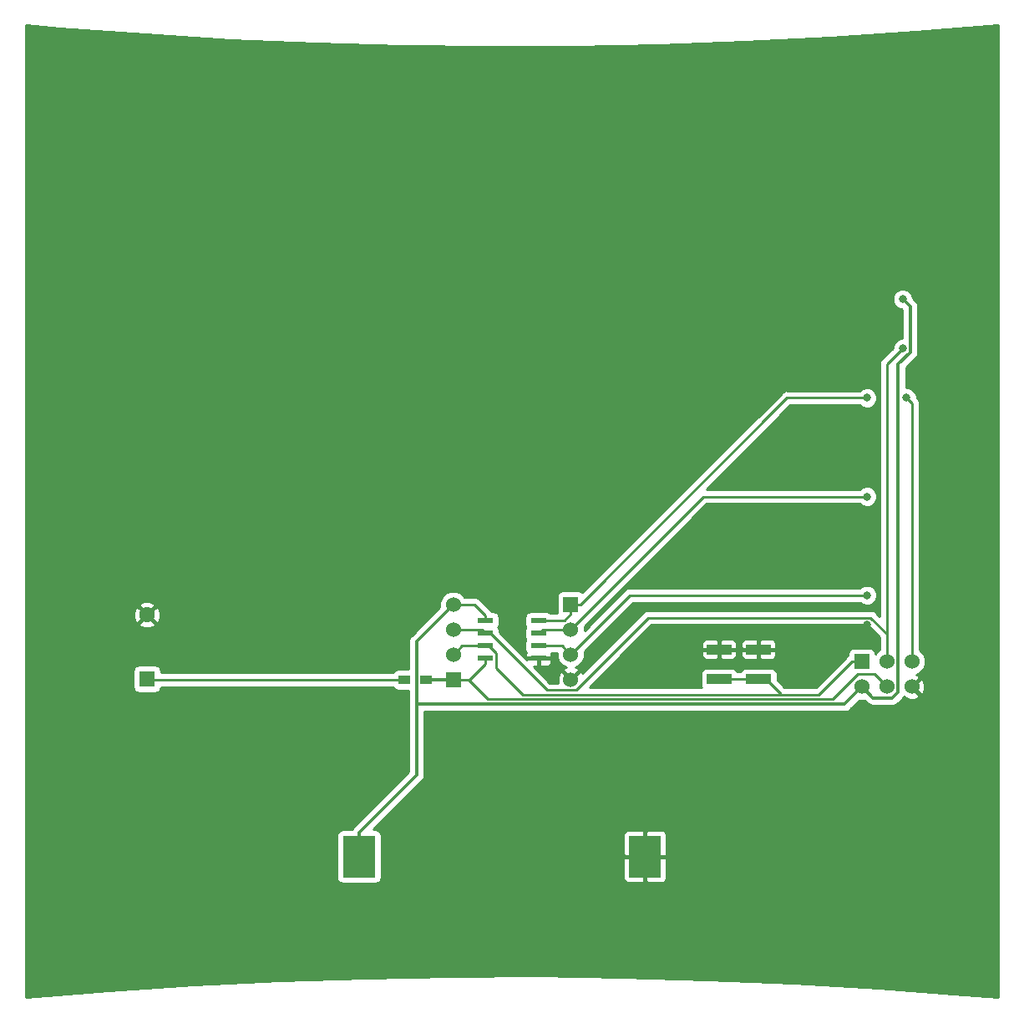
<source format=gbl>
G04 #@! TF.GenerationSoftware,KiCad,Pcbnew,5.0.0*
G04 #@! TF.CreationDate,2018-09-20T15:59:47+02:00*
G04 #@! TF.ProjectId,adri,616472692E6B696361645F7063620000,rev?*
G04 #@! TF.SameCoordinates,Original*
G04 #@! TF.FileFunction,Copper,L2,Bot,Signal*
G04 #@! TF.FilePolarity,Positive*
%FSLAX46Y46*%
G04 Gerber Fmt 4.6, Leading zero omitted, Abs format (unit mm)*
G04 Created by KiCad (PCBNEW 5.0.0) date Thu Sep 20 15:59:47 2018*
%MOMM*%
%LPD*%
G01*
G04 APERTURE LIST*
G04 #@! TA.AperFunction,SMDPad,CuDef*
%ADD10R,3.300000X4.200000*%
G04 #@! TD*
G04 #@! TA.AperFunction,ComponentPad*
%ADD11C,1.600000*%
G04 #@! TD*
G04 #@! TA.AperFunction,ComponentPad*
%ADD12R,1.600000X1.600000*%
G04 #@! TD*
G04 #@! TA.AperFunction,ComponentPad*
%ADD13R,1.524000X1.524000*%
G04 #@! TD*
G04 #@! TA.AperFunction,ComponentPad*
%ADD14C,1.524000*%
G04 #@! TD*
G04 #@! TA.AperFunction,SMDPad,CuDef*
%ADD15R,1.200000X0.900000*%
G04 #@! TD*
G04 #@! TA.AperFunction,SMDPad,CuDef*
%ADD16R,1.550000X0.600000*%
G04 #@! TD*
G04 #@! TA.AperFunction,SMDPad,CuDef*
%ADD17R,1.524000X1.524000*%
G04 #@! TD*
G04 #@! TA.AperFunction,BGAPad,CuDef*
%ADD18C,1.524000*%
G04 #@! TD*
G04 #@! TA.AperFunction,SMDPad,CuDef*
%ADD19R,2.500000X1.000000*%
G04 #@! TD*
G04 #@! TA.AperFunction,ViaPad*
%ADD20C,4.000000*%
G04 #@! TD*
G04 #@! TA.AperFunction,ViaPad*
%ADD21C,0.800000*%
G04 #@! TD*
G04 #@! TA.AperFunction,Conductor*
%ADD22C,0.250000*%
G04 #@! TD*
G04 #@! TA.AperFunction,Conductor*
%ADD23C,0.350000*%
G04 #@! TD*
G04 APERTURE END LIST*
D10*
G04 #@! TO.P,Batt1,1*
G04 #@! TO.N,+BATT*
X124500000Y-135000000D03*
G04 #@! TO.P,Batt1,2*
G04 #@! TO.N,GND*
X153500000Y-135000000D03*
G04 #@! TD*
D11*
G04 #@! TO.P,BZ1,2*
G04 #@! TO.N,GND*
X103000000Y-110500000D03*
D12*
G04 #@! TO.P,BZ1,1*
G04 #@! TO.N,Net-(BZ1-Pad1)*
X103000000Y-117000000D03*
G04 #@! TD*
D13*
G04 #@! TO.P,J1,1*
G04 #@! TO.N,Net-(J1-Pad1)*
X175460000Y-115230000D03*
D14*
G04 #@! TO.P,J1,2*
G04 #@! TO.N,+BATT*
X175460000Y-117770000D03*
G04 #@! TO.P,J1,3*
G04 #@! TO.N,Net-(D1-Pad4)*
X178000000Y-115230000D03*
G04 #@! TO.P,J1,4*
G04 #@! TO.N,Net-(J1-Pad4)*
X178000000Y-117770000D03*
G04 #@! TO.P,J1,5*
G04 #@! TO.N,Net-(J1-Pad5)*
X180540000Y-115230000D03*
G04 #@! TO.P,J1,6*
G04 #@! TO.N,GND*
X180540000Y-117770000D03*
G04 #@! TD*
D15*
G04 #@! TO.P,R1,2*
G04 #@! TO.N,Net-(J1-Pad4)*
X131300000Y-117080000D03*
G04 #@! TO.P,R1,1*
G04 #@! TO.N,Net-(BZ1-Pad1)*
X129100000Y-117080000D03*
G04 #@! TD*
D16*
G04 #@! TO.P,U1,8*
G04 #@! TO.N,+BATT*
X137300000Y-111095000D03*
G04 #@! TO.P,U1,7*
G04 #@! TO.N,Net-(D1-Pad4)*
X137300000Y-112365000D03*
G04 #@! TO.P,U1,6*
G04 #@! TO.N,Net-(J1-Pad1)*
X137300000Y-113635000D03*
G04 #@! TO.P,U1,5*
G04 #@! TO.N,Net-(J1-Pad4)*
X137300000Y-114905000D03*
G04 #@! TO.P,U1,4*
G04 #@! TO.N,GND*
X142700000Y-114905000D03*
G04 #@! TO.P,U1,3*
G04 #@! TO.N,Net-(J2-Pad3)*
X142700000Y-113635000D03*
G04 #@! TO.P,U1,2*
G04 #@! TO.N,Net-(J2-Pad2)*
X142700000Y-112365000D03*
G04 #@! TO.P,U1,1*
G04 #@! TO.N,Net-(J1-Pad5)*
X142700000Y-111095000D03*
G04 #@! TD*
D17*
G04 #@! TO.P,J2,1*
G04 #@! TO.N,Net-(J1-Pad5)*
X145960000Y-109420000D03*
D18*
G04 #@! TO.P,J2,2*
G04 #@! TO.N,Net-(J2-Pad2)*
X145960000Y-111960000D03*
G04 #@! TO.P,J2,3*
G04 #@! TO.N,Net-(J2-Pad3)*
X145960000Y-114500000D03*
G04 #@! TO.P,J2,4*
G04 #@! TO.N,GND*
X145960000Y-117040000D03*
G04 #@! TD*
G04 #@! TO.P,J3,4*
G04 #@! TO.N,+BATT*
X134040000Y-109460000D03*
G04 #@! TO.P,J3,3*
G04 #@! TO.N,Net-(D1-Pad4)*
X134040000Y-112000000D03*
G04 #@! TO.P,J3,2*
G04 #@! TO.N,Net-(J1-Pad1)*
X134040000Y-114540000D03*
D17*
G04 #@! TO.P,J3,1*
G04 #@! TO.N,Net-(J1-Pad4)*
X134040000Y-117080000D03*
G04 #@! TD*
D19*
G04 #@! TO.P,SW4,1*
G04 #@! TO.N,GND*
X165000000Y-114000000D03*
X161000000Y-114000000D03*
G04 #@! TO.P,SW4,2*
G04 #@! TO.N,Net-(J1-Pad1)*
X165000000Y-117000000D03*
X161000000Y-117000000D03*
G04 #@! TD*
D20*
G04 #@! TO.N,GND*
X185000000Y-145000000D03*
D21*
G04 #@! TO.N,+BATT*
X179600000Y-78500000D03*
G04 #@! TO.N,GND*
X176000000Y-111500000D03*
D20*
X95000000Y-145000000D03*
X95000000Y-55000000D03*
X185000000Y-55000000D03*
D21*
G04 #@! TO.N,Net-(D1-Pad4)*
X179600000Y-83500000D03*
G04 #@! TO.N,Net-(J1-Pad5)*
X180000000Y-88500000D03*
X176000000Y-88500000D03*
G04 #@! TO.N,Net-(J2-Pad2)*
X176000000Y-98500000D03*
G04 #@! TO.N,Net-(J2-Pad3)*
X176000000Y-108500000D03*
G04 #@! TD*
D22*
G04 #@! TO.N,+BATT*
X137300000Y-110545000D02*
X137300000Y-111095000D01*
X134040000Y-109460000D02*
X136215000Y-109460000D01*
X136215000Y-109460000D02*
X137300000Y-110545000D01*
D23*
X133278001Y-110221999D02*
X134040000Y-109460000D01*
X130324999Y-113175001D02*
X133278001Y-110221999D01*
X124500000Y-135000000D02*
X124500000Y-132550000D01*
X124500000Y-132550000D02*
X130324999Y-126725001D01*
X180375001Y-79275001D02*
X179600000Y-78500000D01*
X176597001Y-118907001D02*
X178545761Y-118907001D01*
X175460000Y-117770000D02*
X176597001Y-118907001D01*
X179137001Y-85110001D02*
X180375001Y-83872001D01*
X180375001Y-83872001D02*
X180375001Y-79275001D01*
X178545761Y-118907001D02*
X179137001Y-118315761D01*
X179137001Y-118315761D02*
X179137001Y-85110001D01*
X130352030Y-119527031D02*
X130324999Y-119500000D01*
X173702969Y-119527031D02*
X130352030Y-119527031D01*
X175460000Y-117770000D02*
X173702969Y-119527031D01*
X130324999Y-126725001D02*
X130324999Y-119500000D01*
X130324999Y-119500000D02*
X130324999Y-113175001D01*
D22*
G04 #@! TO.N,GND*
X165000000Y-114000000D02*
X173500000Y-114000000D01*
X173500000Y-114000000D02*
X176000000Y-111500000D01*
G04 #@! TO.N,Net-(BZ1-Pad1)*
X103080000Y-117080000D02*
X103000000Y-117000000D01*
X129100000Y-117080000D02*
X103080000Y-117080000D01*
G04 #@! TO.N,Net-(D1-Pad4)*
X136935000Y-112000000D02*
X137300000Y-112365000D01*
X134040000Y-112000000D02*
X136935000Y-112000000D01*
X178000000Y-115230000D02*
X178000000Y-85100000D01*
X178000000Y-85100000D02*
X179600000Y-83500000D01*
X137300000Y-112365000D02*
X137775000Y-112365000D01*
X137775000Y-112365000D02*
X143537001Y-118127001D01*
X143537001Y-118127001D02*
X146481761Y-118127001D01*
X178000000Y-114152370D02*
X178000000Y-115230000D01*
X178000000Y-112426998D02*
X178000000Y-114152370D01*
X176348001Y-110774999D02*
X178000000Y-112426998D01*
X146481761Y-118127001D02*
X153833763Y-110774999D01*
X153833763Y-110774999D02*
X176348001Y-110774999D01*
G04 #@! TO.N,Net-(J1-Pad1)*
X136275000Y-113635000D02*
X137300000Y-113635000D01*
X134040000Y-114540000D02*
X134945000Y-113635000D01*
X134945000Y-113635000D02*
X136275000Y-113635000D01*
X137635000Y-113635000D02*
X137300000Y-113635000D01*
X174448000Y-115230000D02*
X171100989Y-118577011D01*
X175460000Y-115230000D02*
X174448000Y-115230000D01*
X141077011Y-118577011D02*
X138400001Y-115900001D01*
X138400001Y-114400001D02*
X137635000Y-113635000D01*
X138400001Y-115900001D02*
X138400001Y-114400001D01*
X165750000Y-117000000D02*
X167250000Y-118500000D01*
X165000000Y-117000000D02*
X165750000Y-117000000D01*
X167250000Y-118500000D02*
X167250000Y-118577011D01*
X171100989Y-118577011D02*
X167250000Y-118577011D01*
X167250000Y-118577011D02*
X141077011Y-118577011D01*
X161000000Y-117000000D02*
X165000000Y-117000000D01*
G04 #@! TO.N,Net-(J1-Pad4)*
X137300000Y-115455000D02*
X137300000Y-114905000D01*
X134040000Y-117080000D02*
X135675000Y-117080000D01*
X135675000Y-117080000D02*
X137300000Y-115455000D01*
X135052000Y-117080000D02*
X134040000Y-117080000D01*
D23*
X131300000Y-117080000D02*
X134040000Y-117080000D01*
D22*
X135580000Y-117080000D02*
X134040000Y-117080000D01*
X137527021Y-119027021D02*
X135580000Y-117080000D01*
X177238001Y-117008001D02*
X178000000Y-117770000D01*
X176730000Y-116500000D02*
X177238001Y-117008001D01*
X172500000Y-119027021D02*
X175027021Y-116500000D01*
X175027021Y-116500000D02*
X176730000Y-116500000D01*
X137527021Y-119027021D02*
X172500000Y-119027021D01*
G04 #@! TO.N,Net-(J1-Pad5)*
X143725000Y-111095000D02*
X142700000Y-111095000D01*
X145297000Y-111095000D02*
X143725000Y-111095000D01*
X145960000Y-109420000D02*
X145960000Y-110432000D01*
X145960000Y-110432000D02*
X145297000Y-111095000D01*
X145960000Y-109420000D02*
X146972000Y-109420000D01*
X180540000Y-89040000D02*
X180000000Y-88500000D01*
X180540000Y-115230000D02*
X180540000Y-89040000D01*
X174500000Y-88500000D02*
X176000000Y-88500000D01*
X146972000Y-109420000D02*
X167892000Y-88500000D01*
X167892000Y-88500000D02*
X174500000Y-88500000D01*
G04 #@! TO.N,Net-(J2-Pad2)*
X143105000Y-111960000D02*
X142700000Y-112365000D01*
X145960000Y-111960000D02*
X143105000Y-111960000D01*
X159420000Y-98500000D02*
X176000000Y-98500000D01*
X145960000Y-111960000D02*
X159420000Y-98500000D01*
G04 #@! TO.N,Net-(J2-Pad3)*
X145095000Y-113635000D02*
X142700000Y-113635000D01*
X145960000Y-114500000D02*
X145095000Y-113635000D01*
X151960000Y-108500000D02*
X176000000Y-108500000D01*
X145960000Y-114500000D02*
X151960000Y-108500000D01*
G04 #@! TD*
G04 #@! TO.N,GND*
G36*
X189300000Y-149280058D02*
X185858494Y-148981991D01*
X185854618Y-148981686D01*
X185850667Y-148981357D01*
X177200957Y-148329884D01*
X177189987Y-148329144D01*
X168531110Y-147813614D01*
X168520129Y-147813047D01*
X159854224Y-147433589D01*
X159843236Y-147433194D01*
X151172439Y-147189901D01*
X151161445Y-147189679D01*
X142487896Y-147082611D01*
X142476901Y-147082562D01*
X133802741Y-147111745D01*
X133791746Y-147111868D01*
X133791744Y-147111868D01*
X125119114Y-147277296D01*
X125108123Y-147277592D01*
X116439162Y-147579223D01*
X116439158Y-147579223D01*
X116428173Y-147579692D01*
X107765017Y-148017451D01*
X107754040Y-148018092D01*
X99098828Y-148591873D01*
X99087863Y-148592686D01*
X99087737Y-148592697D01*
X90700000Y-149281228D01*
X90700000Y-116200000D01*
X101562756Y-116200000D01*
X101562756Y-117800000D01*
X101611263Y-118043863D01*
X101749400Y-118250600D01*
X101956137Y-118388737D01*
X102200000Y-118437244D01*
X103800000Y-118437244D01*
X104043863Y-118388737D01*
X104250600Y-118250600D01*
X104388737Y-118043863D01*
X104431277Y-117830000D01*
X127948772Y-117830000D01*
X128049400Y-117980600D01*
X128256137Y-118118737D01*
X128500000Y-118167244D01*
X129524999Y-118167244D01*
X129524999Y-119421216D01*
X129509328Y-119500000D01*
X129524999Y-119578784D01*
X129524999Y-119578788D01*
X129525000Y-119578793D01*
X129524999Y-126393631D01*
X123990026Y-131928604D01*
X123923234Y-131973233D01*
X123878605Y-132040025D01*
X123878603Y-132040027D01*
X123746418Y-132237856D01*
X123741465Y-132262756D01*
X122850000Y-132262756D01*
X122606137Y-132311263D01*
X122399400Y-132449400D01*
X122261263Y-132656137D01*
X122212756Y-132900000D01*
X122212756Y-137100000D01*
X122261263Y-137343863D01*
X122399400Y-137550600D01*
X122606137Y-137688737D01*
X122850000Y-137737244D01*
X126150000Y-137737244D01*
X126393863Y-137688737D01*
X126600600Y-137550600D01*
X126738737Y-137343863D01*
X126787244Y-137100000D01*
X126787244Y-135221250D01*
X151305000Y-135221250D01*
X151305000Y-137208407D01*
X151387971Y-137408718D01*
X151541283Y-137562029D01*
X151741593Y-137645000D01*
X153278750Y-137645000D01*
X153415000Y-137508750D01*
X153415000Y-135085000D01*
X153585000Y-135085000D01*
X153585000Y-137508750D01*
X153721250Y-137645000D01*
X155258407Y-137645000D01*
X155458717Y-137562029D01*
X155612029Y-137408718D01*
X155695000Y-137208407D01*
X155695000Y-135221250D01*
X155558750Y-135085000D01*
X153585000Y-135085000D01*
X153415000Y-135085000D01*
X151441250Y-135085000D01*
X151305000Y-135221250D01*
X126787244Y-135221250D01*
X126787244Y-132900000D01*
X126765681Y-132791593D01*
X151305000Y-132791593D01*
X151305000Y-134778750D01*
X151441250Y-134915000D01*
X153415000Y-134915000D01*
X153415000Y-132491250D01*
X153585000Y-132491250D01*
X153585000Y-134915000D01*
X155558750Y-134915000D01*
X155695000Y-134778750D01*
X155695000Y-132791593D01*
X155612029Y-132591282D01*
X155458717Y-132437971D01*
X155258407Y-132355000D01*
X153721250Y-132355000D01*
X153585000Y-132491250D01*
X153415000Y-132491250D01*
X153278750Y-132355000D01*
X151741593Y-132355000D01*
X151541283Y-132437971D01*
X151387971Y-132591282D01*
X151305000Y-132791593D01*
X126765681Y-132791593D01*
X126738737Y-132656137D01*
X126600600Y-132449400D01*
X126393863Y-132311263D01*
X126150000Y-132262756D01*
X125918614Y-132262756D01*
X130834971Y-127346399D01*
X130901766Y-127301768D01*
X131000733Y-127153654D01*
X131078582Y-127037146D01*
X131140671Y-126725001D01*
X131124999Y-126646212D01*
X131124999Y-120327031D01*
X173624185Y-120327031D01*
X173702969Y-120342702D01*
X173781753Y-120327031D01*
X173781758Y-120327031D01*
X174015113Y-120280614D01*
X174279736Y-120103798D01*
X174324367Y-120037003D01*
X175204371Y-119157000D01*
X175715629Y-119157000D01*
X175975604Y-119416975D01*
X176020234Y-119483768D01*
X176284857Y-119660584D01*
X176518212Y-119707001D01*
X176518216Y-119707001D01*
X176597000Y-119722672D01*
X176675784Y-119707001D01*
X178466977Y-119707001D01*
X178545761Y-119722672D01*
X178624545Y-119707001D01*
X178624550Y-119707001D01*
X178857905Y-119660584D01*
X179122528Y-119483768D01*
X179167159Y-119416973D01*
X179646973Y-118937159D01*
X179713768Y-118892528D01*
X179789746Y-118778820D01*
X179827075Y-118895867D01*
X180312194Y-119082990D01*
X180831994Y-119070222D01*
X181252925Y-118895867D01*
X181323710Y-118673918D01*
X180540000Y-117890208D01*
X180525858Y-117904351D01*
X180405650Y-117784143D01*
X180419792Y-117770000D01*
X180660208Y-117770000D01*
X181443918Y-118553710D01*
X181665867Y-118482925D01*
X181852990Y-117997806D01*
X181840222Y-117478006D01*
X181665867Y-117057075D01*
X181443918Y-116986290D01*
X180660208Y-117770000D01*
X180419792Y-117770000D01*
X180405650Y-117755858D01*
X180525858Y-117635650D01*
X180540000Y-117649792D01*
X181323710Y-116866082D01*
X181252925Y-116644133D01*
X180992707Y-116543760D01*
X181325672Y-116405842D01*
X181715842Y-116015672D01*
X181927000Y-115505891D01*
X181927000Y-114954109D01*
X181715842Y-114444328D01*
X181325672Y-114054158D01*
X181290000Y-114039382D01*
X181290000Y-89113864D01*
X181304693Y-89039999D01*
X181289197Y-88962099D01*
X181246484Y-88747365D01*
X181080720Y-88499280D01*
X181025000Y-88462049D01*
X181025000Y-88296115D01*
X180868953Y-87919384D01*
X180580616Y-87631047D01*
X180203885Y-87475000D01*
X179937001Y-87475000D01*
X179937001Y-85441371D01*
X180884976Y-84493397D01*
X180951768Y-84448768D01*
X181013475Y-84356418D01*
X181128583Y-84184146D01*
X181128584Y-84184145D01*
X181175001Y-83950790D01*
X181175001Y-83950786D01*
X181190672Y-83872002D01*
X181175001Y-83793218D01*
X181175001Y-79353785D01*
X181190672Y-79275001D01*
X181175001Y-79196217D01*
X181175001Y-79196212D01*
X181128584Y-78962857D01*
X181046387Y-78839841D01*
X180996398Y-78765027D01*
X180996397Y-78765026D01*
X180951768Y-78698234D01*
X180884975Y-78653604D01*
X180625000Y-78393629D01*
X180625000Y-78296115D01*
X180468953Y-77919384D01*
X180180616Y-77631047D01*
X179803885Y-77475000D01*
X179396115Y-77475000D01*
X179019384Y-77631047D01*
X178731047Y-77919384D01*
X178575000Y-78296115D01*
X178575000Y-78703885D01*
X178731047Y-79080616D01*
X179019384Y-79368953D01*
X179396115Y-79525000D01*
X179493629Y-79525000D01*
X179575002Y-79606373D01*
X179575001Y-82475000D01*
X179396115Y-82475000D01*
X179019384Y-82631047D01*
X178731047Y-82919384D01*
X178575000Y-83296115D01*
X178575000Y-83464340D01*
X177521904Y-84517437D01*
X177459281Y-84559280D01*
X177373492Y-84687673D01*
X177293517Y-84807365D01*
X177235307Y-85100000D01*
X177250001Y-85173870D01*
X177250000Y-110616339D01*
X176930566Y-110296905D01*
X176888721Y-110234279D01*
X176640636Y-110068515D01*
X176421867Y-110024999D01*
X176421866Y-110024999D01*
X176348001Y-110010306D01*
X176274136Y-110024999D01*
X153907628Y-110024999D01*
X153833763Y-110010306D01*
X153759898Y-110024999D01*
X153759897Y-110024999D01*
X153541128Y-110068515D01*
X153293043Y-110234279D01*
X153251200Y-110296902D01*
X147125455Y-116422648D01*
X147085867Y-116327075D01*
X146863918Y-116256290D01*
X146080208Y-117040000D01*
X146094351Y-117054143D01*
X145974143Y-117174351D01*
X145960000Y-117160208D01*
X145945858Y-117174351D01*
X145825650Y-117054143D01*
X145839792Y-117040000D01*
X145056082Y-116256290D01*
X144834133Y-116327075D01*
X144647010Y-116812194D01*
X144659778Y-117331994D01*
X144678420Y-117377001D01*
X143847661Y-117377001D01*
X142220660Y-115750000D01*
X142478750Y-115750000D01*
X142615000Y-115613750D01*
X142615000Y-114990000D01*
X142785000Y-114990000D01*
X142785000Y-115613750D01*
X142921250Y-115750000D01*
X143583407Y-115750000D01*
X143783717Y-115667029D01*
X143937029Y-115513718D01*
X144020000Y-115313407D01*
X144020000Y-115126250D01*
X143883750Y-114990000D01*
X142785000Y-114990000D01*
X142615000Y-114990000D01*
X141516250Y-114990000D01*
X141488455Y-115017795D01*
X138712244Y-112241585D01*
X138712244Y-112065000D01*
X138663737Y-111821137D01*
X138602841Y-111730000D01*
X138663737Y-111638863D01*
X138712244Y-111395000D01*
X138712244Y-110795000D01*
X141287756Y-110795000D01*
X141287756Y-111395000D01*
X141336263Y-111638863D01*
X141397159Y-111730000D01*
X141336263Y-111821137D01*
X141287756Y-112065000D01*
X141287756Y-112665000D01*
X141336263Y-112908863D01*
X141397159Y-113000000D01*
X141336263Y-113091137D01*
X141287756Y-113335000D01*
X141287756Y-113935000D01*
X141336263Y-114178863D01*
X141444506Y-114340861D01*
X141380000Y-114496593D01*
X141380000Y-114683750D01*
X141516250Y-114820000D01*
X142615000Y-114820000D01*
X142615000Y-114800000D01*
X142785000Y-114800000D01*
X142785000Y-114820000D01*
X143883750Y-114820000D01*
X144020000Y-114683750D01*
X144020000Y-114496593D01*
X143973777Y-114385000D01*
X144573000Y-114385000D01*
X144573000Y-114775891D01*
X144784158Y-115285672D01*
X145174328Y-115675842D01*
X145498345Y-115810054D01*
X145247075Y-115914133D01*
X145176290Y-116136082D01*
X145960000Y-116919792D01*
X146743710Y-116136082D01*
X146672925Y-115914133D01*
X146412707Y-115813760D01*
X146745672Y-115675842D01*
X147135842Y-115285672D01*
X147347000Y-114775891D01*
X147347000Y-114224109D01*
X147332224Y-114188436D01*
X152270660Y-109250000D01*
X175300431Y-109250000D01*
X175419384Y-109368953D01*
X175796115Y-109525000D01*
X176203885Y-109525000D01*
X176580616Y-109368953D01*
X176868953Y-109080616D01*
X177025000Y-108703885D01*
X177025000Y-108296115D01*
X176868953Y-107919384D01*
X176580616Y-107631047D01*
X176203885Y-107475000D01*
X175796115Y-107475000D01*
X175419384Y-107631047D01*
X175300431Y-107750000D01*
X152033864Y-107750000D01*
X151959999Y-107735307D01*
X151886134Y-107750000D01*
X151667365Y-107793516D01*
X151419280Y-107959280D01*
X151377437Y-108021903D01*
X147347000Y-112052341D01*
X147347000Y-111684109D01*
X147332224Y-111648435D01*
X159730660Y-99250000D01*
X175300431Y-99250000D01*
X175419384Y-99368953D01*
X175796115Y-99525000D01*
X176203885Y-99525000D01*
X176580616Y-99368953D01*
X176868953Y-99080616D01*
X177025000Y-98703885D01*
X177025000Y-98296115D01*
X176868953Y-97919384D01*
X176580616Y-97631047D01*
X176203885Y-97475000D01*
X175796115Y-97475000D01*
X175419384Y-97631047D01*
X175300431Y-97750000D01*
X159702660Y-97750000D01*
X168202660Y-89250000D01*
X175300431Y-89250000D01*
X175419384Y-89368953D01*
X175796115Y-89525000D01*
X176203885Y-89525000D01*
X176580616Y-89368953D01*
X176868953Y-89080616D01*
X177025000Y-88703885D01*
X177025000Y-88296115D01*
X176868953Y-87919384D01*
X176580616Y-87631047D01*
X176203885Y-87475000D01*
X175796115Y-87475000D01*
X175419384Y-87631047D01*
X175300431Y-87750000D01*
X167965866Y-87750000D01*
X167892000Y-87735307D01*
X167599364Y-87793516D01*
X167511205Y-87852422D01*
X167351280Y-87959280D01*
X167309437Y-88021903D01*
X147143431Y-108187910D01*
X146965863Y-108069263D01*
X146722000Y-108020756D01*
X145198000Y-108020756D01*
X144954137Y-108069263D01*
X144747400Y-108207400D01*
X144609263Y-108414137D01*
X144560756Y-108658000D01*
X144560756Y-110182000D01*
X144593178Y-110345000D01*
X143926001Y-110345000D01*
X143925600Y-110344400D01*
X143718863Y-110206263D01*
X143475000Y-110157756D01*
X141925000Y-110157756D01*
X141681137Y-110206263D01*
X141474400Y-110344400D01*
X141336263Y-110551137D01*
X141287756Y-110795000D01*
X138712244Y-110795000D01*
X138663737Y-110551137D01*
X138525600Y-110344400D01*
X138318863Y-110206263D01*
X138075000Y-110157756D01*
X137943269Y-110157756D01*
X137930980Y-110139365D01*
X137840720Y-110004280D01*
X137778097Y-109962437D01*
X136797565Y-108981906D01*
X136755720Y-108919280D01*
X136507635Y-108753516D01*
X136288866Y-108710000D01*
X136288865Y-108710000D01*
X136215000Y-108695307D01*
X136141135Y-108710000D01*
X135230618Y-108710000D01*
X135215842Y-108674328D01*
X134825672Y-108284158D01*
X134315891Y-108073000D01*
X133764109Y-108073000D01*
X133254328Y-108284158D01*
X132864158Y-108674328D01*
X132653000Y-109184109D01*
X132653000Y-109715629D01*
X129815025Y-112553605D01*
X129748233Y-112598234D01*
X129703604Y-112665026D01*
X129703602Y-112665028D01*
X129584620Y-112843098D01*
X129571417Y-112862857D01*
X129526010Y-113091137D01*
X129509328Y-113175001D01*
X129525000Y-113253790D01*
X129525000Y-115992756D01*
X128500000Y-115992756D01*
X128256137Y-116041263D01*
X128049400Y-116179400D01*
X127948772Y-116330000D01*
X104437244Y-116330000D01*
X104437244Y-116200000D01*
X104388737Y-115956137D01*
X104250600Y-115749400D01*
X104043863Y-115611263D01*
X103800000Y-115562756D01*
X102200000Y-115562756D01*
X101956137Y-115611263D01*
X101749400Y-115749400D01*
X101611263Y-115956137D01*
X101562756Y-116200000D01*
X90700000Y-116200000D01*
X90700000Y-111431381D01*
X102188827Y-111431381D01*
X102264257Y-111657274D01*
X102763131Y-111850739D01*
X103298067Y-111838566D01*
X103735743Y-111657274D01*
X103811173Y-111431381D01*
X103000000Y-110620208D01*
X102188827Y-111431381D01*
X90700000Y-111431381D01*
X90700000Y-110263131D01*
X101649261Y-110263131D01*
X101661434Y-110798067D01*
X101842726Y-111235743D01*
X102068619Y-111311173D01*
X102879792Y-110500000D01*
X103120208Y-110500000D01*
X103931381Y-111311173D01*
X104157274Y-111235743D01*
X104350739Y-110736869D01*
X104338566Y-110201933D01*
X104157274Y-109764257D01*
X103931381Y-109688827D01*
X103120208Y-110500000D01*
X102879792Y-110500000D01*
X102068619Y-109688827D01*
X101842726Y-109764257D01*
X101649261Y-110263131D01*
X90700000Y-110263131D01*
X90700000Y-109568619D01*
X102188827Y-109568619D01*
X103000000Y-110379792D01*
X103811173Y-109568619D01*
X103735743Y-109342726D01*
X103236869Y-109149261D01*
X102701933Y-109161434D01*
X102264257Y-109342726D01*
X102188827Y-109568619D01*
X90700000Y-109568619D01*
X90700000Y-50719942D01*
X94141505Y-51018009D01*
X94145394Y-51018315D01*
X94149333Y-51018643D01*
X102799043Y-51670116D01*
X102810013Y-51670856D01*
X111468890Y-52186386D01*
X111479871Y-52186953D01*
X120145776Y-52566411D01*
X120156764Y-52566806D01*
X128827562Y-52810099D01*
X128838555Y-52810321D01*
X137512104Y-52917389D01*
X137523099Y-52917438D01*
X146197259Y-52888255D01*
X146208254Y-52888132D01*
X154880886Y-52722704D01*
X154891878Y-52722408D01*
X154891882Y-52722408D01*
X163560841Y-52420778D01*
X163571827Y-52420309D01*
X172234983Y-51982549D01*
X172240908Y-51982203D01*
X172245960Y-51981908D01*
X180901172Y-51408127D01*
X180912137Y-51407314D01*
X180912263Y-51407303D01*
X189300001Y-50718771D01*
X189300000Y-149280058D01*
X189300000Y-149280058D01*
G37*
X189300000Y-149280058D02*
X185858494Y-148981991D01*
X185854618Y-148981686D01*
X185850667Y-148981357D01*
X177200957Y-148329884D01*
X177189987Y-148329144D01*
X168531110Y-147813614D01*
X168520129Y-147813047D01*
X159854224Y-147433589D01*
X159843236Y-147433194D01*
X151172439Y-147189901D01*
X151161445Y-147189679D01*
X142487896Y-147082611D01*
X142476901Y-147082562D01*
X133802741Y-147111745D01*
X133791746Y-147111868D01*
X133791744Y-147111868D01*
X125119114Y-147277296D01*
X125108123Y-147277592D01*
X116439162Y-147579223D01*
X116439158Y-147579223D01*
X116428173Y-147579692D01*
X107765017Y-148017451D01*
X107754040Y-148018092D01*
X99098828Y-148591873D01*
X99087863Y-148592686D01*
X99087737Y-148592697D01*
X90700000Y-149281228D01*
X90700000Y-116200000D01*
X101562756Y-116200000D01*
X101562756Y-117800000D01*
X101611263Y-118043863D01*
X101749400Y-118250600D01*
X101956137Y-118388737D01*
X102200000Y-118437244D01*
X103800000Y-118437244D01*
X104043863Y-118388737D01*
X104250600Y-118250600D01*
X104388737Y-118043863D01*
X104431277Y-117830000D01*
X127948772Y-117830000D01*
X128049400Y-117980600D01*
X128256137Y-118118737D01*
X128500000Y-118167244D01*
X129524999Y-118167244D01*
X129524999Y-119421216D01*
X129509328Y-119500000D01*
X129524999Y-119578784D01*
X129524999Y-119578788D01*
X129525000Y-119578793D01*
X129524999Y-126393631D01*
X123990026Y-131928604D01*
X123923234Y-131973233D01*
X123878605Y-132040025D01*
X123878603Y-132040027D01*
X123746418Y-132237856D01*
X123741465Y-132262756D01*
X122850000Y-132262756D01*
X122606137Y-132311263D01*
X122399400Y-132449400D01*
X122261263Y-132656137D01*
X122212756Y-132900000D01*
X122212756Y-137100000D01*
X122261263Y-137343863D01*
X122399400Y-137550600D01*
X122606137Y-137688737D01*
X122850000Y-137737244D01*
X126150000Y-137737244D01*
X126393863Y-137688737D01*
X126600600Y-137550600D01*
X126738737Y-137343863D01*
X126787244Y-137100000D01*
X126787244Y-135221250D01*
X151305000Y-135221250D01*
X151305000Y-137208407D01*
X151387971Y-137408718D01*
X151541283Y-137562029D01*
X151741593Y-137645000D01*
X153278750Y-137645000D01*
X153415000Y-137508750D01*
X153415000Y-135085000D01*
X153585000Y-135085000D01*
X153585000Y-137508750D01*
X153721250Y-137645000D01*
X155258407Y-137645000D01*
X155458717Y-137562029D01*
X155612029Y-137408718D01*
X155695000Y-137208407D01*
X155695000Y-135221250D01*
X155558750Y-135085000D01*
X153585000Y-135085000D01*
X153415000Y-135085000D01*
X151441250Y-135085000D01*
X151305000Y-135221250D01*
X126787244Y-135221250D01*
X126787244Y-132900000D01*
X126765681Y-132791593D01*
X151305000Y-132791593D01*
X151305000Y-134778750D01*
X151441250Y-134915000D01*
X153415000Y-134915000D01*
X153415000Y-132491250D01*
X153585000Y-132491250D01*
X153585000Y-134915000D01*
X155558750Y-134915000D01*
X155695000Y-134778750D01*
X155695000Y-132791593D01*
X155612029Y-132591282D01*
X155458717Y-132437971D01*
X155258407Y-132355000D01*
X153721250Y-132355000D01*
X153585000Y-132491250D01*
X153415000Y-132491250D01*
X153278750Y-132355000D01*
X151741593Y-132355000D01*
X151541283Y-132437971D01*
X151387971Y-132591282D01*
X151305000Y-132791593D01*
X126765681Y-132791593D01*
X126738737Y-132656137D01*
X126600600Y-132449400D01*
X126393863Y-132311263D01*
X126150000Y-132262756D01*
X125918614Y-132262756D01*
X130834971Y-127346399D01*
X130901766Y-127301768D01*
X131000733Y-127153654D01*
X131078582Y-127037146D01*
X131140671Y-126725001D01*
X131124999Y-126646212D01*
X131124999Y-120327031D01*
X173624185Y-120327031D01*
X173702969Y-120342702D01*
X173781753Y-120327031D01*
X173781758Y-120327031D01*
X174015113Y-120280614D01*
X174279736Y-120103798D01*
X174324367Y-120037003D01*
X175204371Y-119157000D01*
X175715629Y-119157000D01*
X175975604Y-119416975D01*
X176020234Y-119483768D01*
X176284857Y-119660584D01*
X176518212Y-119707001D01*
X176518216Y-119707001D01*
X176597000Y-119722672D01*
X176675784Y-119707001D01*
X178466977Y-119707001D01*
X178545761Y-119722672D01*
X178624545Y-119707001D01*
X178624550Y-119707001D01*
X178857905Y-119660584D01*
X179122528Y-119483768D01*
X179167159Y-119416973D01*
X179646973Y-118937159D01*
X179713768Y-118892528D01*
X179789746Y-118778820D01*
X179827075Y-118895867D01*
X180312194Y-119082990D01*
X180831994Y-119070222D01*
X181252925Y-118895867D01*
X181323710Y-118673918D01*
X180540000Y-117890208D01*
X180525858Y-117904351D01*
X180405650Y-117784143D01*
X180419792Y-117770000D01*
X180660208Y-117770000D01*
X181443918Y-118553710D01*
X181665867Y-118482925D01*
X181852990Y-117997806D01*
X181840222Y-117478006D01*
X181665867Y-117057075D01*
X181443918Y-116986290D01*
X180660208Y-117770000D01*
X180419792Y-117770000D01*
X180405650Y-117755858D01*
X180525858Y-117635650D01*
X180540000Y-117649792D01*
X181323710Y-116866082D01*
X181252925Y-116644133D01*
X180992707Y-116543760D01*
X181325672Y-116405842D01*
X181715842Y-116015672D01*
X181927000Y-115505891D01*
X181927000Y-114954109D01*
X181715842Y-114444328D01*
X181325672Y-114054158D01*
X181290000Y-114039382D01*
X181290000Y-89113864D01*
X181304693Y-89039999D01*
X181289197Y-88962099D01*
X181246484Y-88747365D01*
X181080720Y-88499280D01*
X181025000Y-88462049D01*
X181025000Y-88296115D01*
X180868953Y-87919384D01*
X180580616Y-87631047D01*
X180203885Y-87475000D01*
X179937001Y-87475000D01*
X179937001Y-85441371D01*
X180884976Y-84493397D01*
X180951768Y-84448768D01*
X181013475Y-84356418D01*
X181128583Y-84184146D01*
X181128584Y-84184145D01*
X181175001Y-83950790D01*
X181175001Y-83950786D01*
X181190672Y-83872002D01*
X181175001Y-83793218D01*
X181175001Y-79353785D01*
X181190672Y-79275001D01*
X181175001Y-79196217D01*
X181175001Y-79196212D01*
X181128584Y-78962857D01*
X181046387Y-78839841D01*
X180996398Y-78765027D01*
X180996397Y-78765026D01*
X180951768Y-78698234D01*
X180884975Y-78653604D01*
X180625000Y-78393629D01*
X180625000Y-78296115D01*
X180468953Y-77919384D01*
X180180616Y-77631047D01*
X179803885Y-77475000D01*
X179396115Y-77475000D01*
X179019384Y-77631047D01*
X178731047Y-77919384D01*
X178575000Y-78296115D01*
X178575000Y-78703885D01*
X178731047Y-79080616D01*
X179019384Y-79368953D01*
X179396115Y-79525000D01*
X179493629Y-79525000D01*
X179575002Y-79606373D01*
X179575001Y-82475000D01*
X179396115Y-82475000D01*
X179019384Y-82631047D01*
X178731047Y-82919384D01*
X178575000Y-83296115D01*
X178575000Y-83464340D01*
X177521904Y-84517437D01*
X177459281Y-84559280D01*
X177373492Y-84687673D01*
X177293517Y-84807365D01*
X177235307Y-85100000D01*
X177250001Y-85173870D01*
X177250000Y-110616339D01*
X176930566Y-110296905D01*
X176888721Y-110234279D01*
X176640636Y-110068515D01*
X176421867Y-110024999D01*
X176421866Y-110024999D01*
X176348001Y-110010306D01*
X176274136Y-110024999D01*
X153907628Y-110024999D01*
X153833763Y-110010306D01*
X153759898Y-110024999D01*
X153759897Y-110024999D01*
X153541128Y-110068515D01*
X153293043Y-110234279D01*
X153251200Y-110296902D01*
X147125455Y-116422648D01*
X147085867Y-116327075D01*
X146863918Y-116256290D01*
X146080208Y-117040000D01*
X146094351Y-117054143D01*
X145974143Y-117174351D01*
X145960000Y-117160208D01*
X145945858Y-117174351D01*
X145825650Y-117054143D01*
X145839792Y-117040000D01*
X145056082Y-116256290D01*
X144834133Y-116327075D01*
X144647010Y-116812194D01*
X144659778Y-117331994D01*
X144678420Y-117377001D01*
X143847661Y-117377001D01*
X142220660Y-115750000D01*
X142478750Y-115750000D01*
X142615000Y-115613750D01*
X142615000Y-114990000D01*
X142785000Y-114990000D01*
X142785000Y-115613750D01*
X142921250Y-115750000D01*
X143583407Y-115750000D01*
X143783717Y-115667029D01*
X143937029Y-115513718D01*
X144020000Y-115313407D01*
X144020000Y-115126250D01*
X143883750Y-114990000D01*
X142785000Y-114990000D01*
X142615000Y-114990000D01*
X141516250Y-114990000D01*
X141488455Y-115017795D01*
X138712244Y-112241585D01*
X138712244Y-112065000D01*
X138663737Y-111821137D01*
X138602841Y-111730000D01*
X138663737Y-111638863D01*
X138712244Y-111395000D01*
X138712244Y-110795000D01*
X141287756Y-110795000D01*
X141287756Y-111395000D01*
X141336263Y-111638863D01*
X141397159Y-111730000D01*
X141336263Y-111821137D01*
X141287756Y-112065000D01*
X141287756Y-112665000D01*
X141336263Y-112908863D01*
X141397159Y-113000000D01*
X141336263Y-113091137D01*
X141287756Y-113335000D01*
X141287756Y-113935000D01*
X141336263Y-114178863D01*
X141444506Y-114340861D01*
X141380000Y-114496593D01*
X141380000Y-114683750D01*
X141516250Y-114820000D01*
X142615000Y-114820000D01*
X142615000Y-114800000D01*
X142785000Y-114800000D01*
X142785000Y-114820000D01*
X143883750Y-114820000D01*
X144020000Y-114683750D01*
X144020000Y-114496593D01*
X143973777Y-114385000D01*
X144573000Y-114385000D01*
X144573000Y-114775891D01*
X144784158Y-115285672D01*
X145174328Y-115675842D01*
X145498345Y-115810054D01*
X145247075Y-115914133D01*
X145176290Y-116136082D01*
X145960000Y-116919792D01*
X146743710Y-116136082D01*
X146672925Y-115914133D01*
X146412707Y-115813760D01*
X146745672Y-115675842D01*
X147135842Y-115285672D01*
X147347000Y-114775891D01*
X147347000Y-114224109D01*
X147332224Y-114188436D01*
X152270660Y-109250000D01*
X175300431Y-109250000D01*
X175419384Y-109368953D01*
X175796115Y-109525000D01*
X176203885Y-109525000D01*
X176580616Y-109368953D01*
X176868953Y-109080616D01*
X177025000Y-108703885D01*
X177025000Y-108296115D01*
X176868953Y-107919384D01*
X176580616Y-107631047D01*
X176203885Y-107475000D01*
X175796115Y-107475000D01*
X175419384Y-107631047D01*
X175300431Y-107750000D01*
X152033864Y-107750000D01*
X151959999Y-107735307D01*
X151886134Y-107750000D01*
X151667365Y-107793516D01*
X151419280Y-107959280D01*
X151377437Y-108021903D01*
X147347000Y-112052341D01*
X147347000Y-111684109D01*
X147332224Y-111648435D01*
X159730660Y-99250000D01*
X175300431Y-99250000D01*
X175419384Y-99368953D01*
X175796115Y-99525000D01*
X176203885Y-99525000D01*
X176580616Y-99368953D01*
X176868953Y-99080616D01*
X177025000Y-98703885D01*
X177025000Y-98296115D01*
X176868953Y-97919384D01*
X176580616Y-97631047D01*
X176203885Y-97475000D01*
X175796115Y-97475000D01*
X175419384Y-97631047D01*
X175300431Y-97750000D01*
X159702660Y-97750000D01*
X168202660Y-89250000D01*
X175300431Y-89250000D01*
X175419384Y-89368953D01*
X175796115Y-89525000D01*
X176203885Y-89525000D01*
X176580616Y-89368953D01*
X176868953Y-89080616D01*
X177025000Y-88703885D01*
X177025000Y-88296115D01*
X176868953Y-87919384D01*
X176580616Y-87631047D01*
X176203885Y-87475000D01*
X175796115Y-87475000D01*
X175419384Y-87631047D01*
X175300431Y-87750000D01*
X167965866Y-87750000D01*
X167892000Y-87735307D01*
X167599364Y-87793516D01*
X167511205Y-87852422D01*
X167351280Y-87959280D01*
X167309437Y-88021903D01*
X147143431Y-108187910D01*
X146965863Y-108069263D01*
X146722000Y-108020756D01*
X145198000Y-108020756D01*
X144954137Y-108069263D01*
X144747400Y-108207400D01*
X144609263Y-108414137D01*
X144560756Y-108658000D01*
X144560756Y-110182000D01*
X144593178Y-110345000D01*
X143926001Y-110345000D01*
X143925600Y-110344400D01*
X143718863Y-110206263D01*
X143475000Y-110157756D01*
X141925000Y-110157756D01*
X141681137Y-110206263D01*
X141474400Y-110344400D01*
X141336263Y-110551137D01*
X141287756Y-110795000D01*
X138712244Y-110795000D01*
X138663737Y-110551137D01*
X138525600Y-110344400D01*
X138318863Y-110206263D01*
X138075000Y-110157756D01*
X137943269Y-110157756D01*
X137930980Y-110139365D01*
X137840720Y-110004280D01*
X137778097Y-109962437D01*
X136797565Y-108981906D01*
X136755720Y-108919280D01*
X136507635Y-108753516D01*
X136288866Y-108710000D01*
X136288865Y-108710000D01*
X136215000Y-108695307D01*
X136141135Y-108710000D01*
X135230618Y-108710000D01*
X135215842Y-108674328D01*
X134825672Y-108284158D01*
X134315891Y-108073000D01*
X133764109Y-108073000D01*
X133254328Y-108284158D01*
X132864158Y-108674328D01*
X132653000Y-109184109D01*
X132653000Y-109715629D01*
X129815025Y-112553605D01*
X129748233Y-112598234D01*
X129703604Y-112665026D01*
X129703602Y-112665028D01*
X129584620Y-112843098D01*
X129571417Y-112862857D01*
X129526010Y-113091137D01*
X129509328Y-113175001D01*
X129525000Y-113253790D01*
X129525000Y-115992756D01*
X128500000Y-115992756D01*
X128256137Y-116041263D01*
X128049400Y-116179400D01*
X127948772Y-116330000D01*
X104437244Y-116330000D01*
X104437244Y-116200000D01*
X104388737Y-115956137D01*
X104250600Y-115749400D01*
X104043863Y-115611263D01*
X103800000Y-115562756D01*
X102200000Y-115562756D01*
X101956137Y-115611263D01*
X101749400Y-115749400D01*
X101611263Y-115956137D01*
X101562756Y-116200000D01*
X90700000Y-116200000D01*
X90700000Y-111431381D01*
X102188827Y-111431381D01*
X102264257Y-111657274D01*
X102763131Y-111850739D01*
X103298067Y-111838566D01*
X103735743Y-111657274D01*
X103811173Y-111431381D01*
X103000000Y-110620208D01*
X102188827Y-111431381D01*
X90700000Y-111431381D01*
X90700000Y-110263131D01*
X101649261Y-110263131D01*
X101661434Y-110798067D01*
X101842726Y-111235743D01*
X102068619Y-111311173D01*
X102879792Y-110500000D01*
X103120208Y-110500000D01*
X103931381Y-111311173D01*
X104157274Y-111235743D01*
X104350739Y-110736869D01*
X104338566Y-110201933D01*
X104157274Y-109764257D01*
X103931381Y-109688827D01*
X103120208Y-110500000D01*
X102879792Y-110500000D01*
X102068619Y-109688827D01*
X101842726Y-109764257D01*
X101649261Y-110263131D01*
X90700000Y-110263131D01*
X90700000Y-109568619D01*
X102188827Y-109568619D01*
X103000000Y-110379792D01*
X103811173Y-109568619D01*
X103735743Y-109342726D01*
X103236869Y-109149261D01*
X102701933Y-109161434D01*
X102264257Y-109342726D01*
X102188827Y-109568619D01*
X90700000Y-109568619D01*
X90700000Y-50719942D01*
X94141505Y-51018009D01*
X94145394Y-51018315D01*
X94149333Y-51018643D01*
X102799043Y-51670116D01*
X102810013Y-51670856D01*
X111468890Y-52186386D01*
X111479871Y-52186953D01*
X120145776Y-52566411D01*
X120156764Y-52566806D01*
X128827562Y-52810099D01*
X128838555Y-52810321D01*
X137512104Y-52917389D01*
X137523099Y-52917438D01*
X146197259Y-52888255D01*
X146208254Y-52888132D01*
X154880886Y-52722704D01*
X154891878Y-52722408D01*
X154891882Y-52722408D01*
X163560841Y-52420778D01*
X163571827Y-52420309D01*
X172234983Y-51982549D01*
X172240908Y-51982203D01*
X172245960Y-51981908D01*
X180901172Y-51408127D01*
X180912137Y-51407314D01*
X180912263Y-51407303D01*
X189300001Y-50718771D01*
X189300000Y-149280058D01*
G36*
X177250000Y-112737658D02*
X177250000Y-114039382D01*
X177214328Y-114054158D01*
X176849495Y-114418991D01*
X176810737Y-114224137D01*
X176672600Y-114017400D01*
X176465863Y-113879263D01*
X176222000Y-113830756D01*
X174698000Y-113830756D01*
X174454137Y-113879263D01*
X174247400Y-114017400D01*
X174109263Y-114224137D01*
X174060756Y-114468000D01*
X174060756Y-114586731D01*
X173907280Y-114689280D01*
X173865437Y-114751903D01*
X170790330Y-117827011D01*
X167637671Y-117827011D01*
X166887244Y-117076585D01*
X166887244Y-116500000D01*
X166838737Y-116256137D01*
X166700600Y-116049400D01*
X166493863Y-115911263D01*
X166250000Y-115862756D01*
X163750000Y-115862756D01*
X163506137Y-115911263D01*
X163299400Y-116049400D01*
X163165364Y-116250000D01*
X162834636Y-116250000D01*
X162700600Y-116049400D01*
X162493863Y-115911263D01*
X162250000Y-115862756D01*
X159750000Y-115862756D01*
X159506137Y-115911263D01*
X159299400Y-116049400D01*
X159161263Y-116256137D01*
X159112756Y-116500000D01*
X159112756Y-117500000D01*
X159161263Y-117743863D01*
X159216821Y-117827011D01*
X147842410Y-117827011D01*
X151448171Y-114221250D01*
X159205000Y-114221250D01*
X159205000Y-114608407D01*
X159287971Y-114808718D01*
X159441283Y-114962029D01*
X159641593Y-115045000D01*
X160778750Y-115045000D01*
X160915000Y-114908750D01*
X160915000Y-114085000D01*
X161085000Y-114085000D01*
X161085000Y-114908750D01*
X161221250Y-115045000D01*
X162358407Y-115045000D01*
X162558717Y-114962029D01*
X162712029Y-114808718D01*
X162795000Y-114608407D01*
X162795000Y-114221250D01*
X163205000Y-114221250D01*
X163205000Y-114608407D01*
X163287971Y-114808718D01*
X163441283Y-114962029D01*
X163641593Y-115045000D01*
X164778750Y-115045000D01*
X164915000Y-114908750D01*
X164915000Y-114085000D01*
X165085000Y-114085000D01*
X165085000Y-114908750D01*
X165221250Y-115045000D01*
X166358407Y-115045000D01*
X166558717Y-114962029D01*
X166712029Y-114808718D01*
X166795000Y-114608407D01*
X166795000Y-114221250D01*
X166658750Y-114085000D01*
X165085000Y-114085000D01*
X164915000Y-114085000D01*
X163341250Y-114085000D01*
X163205000Y-114221250D01*
X162795000Y-114221250D01*
X162658750Y-114085000D01*
X161085000Y-114085000D01*
X160915000Y-114085000D01*
X159341250Y-114085000D01*
X159205000Y-114221250D01*
X151448171Y-114221250D01*
X152277828Y-113391593D01*
X159205000Y-113391593D01*
X159205000Y-113778750D01*
X159341250Y-113915000D01*
X160915000Y-113915000D01*
X160915000Y-113091250D01*
X161085000Y-113091250D01*
X161085000Y-113915000D01*
X162658750Y-113915000D01*
X162795000Y-113778750D01*
X162795000Y-113391593D01*
X163205000Y-113391593D01*
X163205000Y-113778750D01*
X163341250Y-113915000D01*
X164915000Y-113915000D01*
X164915000Y-113091250D01*
X165085000Y-113091250D01*
X165085000Y-113915000D01*
X166658750Y-113915000D01*
X166795000Y-113778750D01*
X166795000Y-113391593D01*
X166712029Y-113191282D01*
X166558717Y-113037971D01*
X166358407Y-112955000D01*
X165221250Y-112955000D01*
X165085000Y-113091250D01*
X164915000Y-113091250D01*
X164778750Y-112955000D01*
X163641593Y-112955000D01*
X163441283Y-113037971D01*
X163287971Y-113191282D01*
X163205000Y-113391593D01*
X162795000Y-113391593D01*
X162712029Y-113191282D01*
X162558717Y-113037971D01*
X162358407Y-112955000D01*
X161221250Y-112955000D01*
X161085000Y-113091250D01*
X160915000Y-113091250D01*
X160778750Y-112955000D01*
X159641593Y-112955000D01*
X159441283Y-113037971D01*
X159287971Y-113191282D01*
X159205000Y-113391593D01*
X152277828Y-113391593D01*
X154144423Y-111524999D01*
X176037342Y-111524999D01*
X177250000Y-112737658D01*
X177250000Y-112737658D01*
G37*
X177250000Y-112737658D02*
X177250000Y-114039382D01*
X177214328Y-114054158D01*
X176849495Y-114418991D01*
X176810737Y-114224137D01*
X176672600Y-114017400D01*
X176465863Y-113879263D01*
X176222000Y-113830756D01*
X174698000Y-113830756D01*
X174454137Y-113879263D01*
X174247400Y-114017400D01*
X174109263Y-114224137D01*
X174060756Y-114468000D01*
X174060756Y-114586731D01*
X173907280Y-114689280D01*
X173865437Y-114751903D01*
X170790330Y-117827011D01*
X167637671Y-117827011D01*
X166887244Y-117076585D01*
X166887244Y-116500000D01*
X166838737Y-116256137D01*
X166700600Y-116049400D01*
X166493863Y-115911263D01*
X166250000Y-115862756D01*
X163750000Y-115862756D01*
X163506137Y-115911263D01*
X163299400Y-116049400D01*
X163165364Y-116250000D01*
X162834636Y-116250000D01*
X162700600Y-116049400D01*
X162493863Y-115911263D01*
X162250000Y-115862756D01*
X159750000Y-115862756D01*
X159506137Y-115911263D01*
X159299400Y-116049400D01*
X159161263Y-116256137D01*
X159112756Y-116500000D01*
X159112756Y-117500000D01*
X159161263Y-117743863D01*
X159216821Y-117827011D01*
X147842410Y-117827011D01*
X151448171Y-114221250D01*
X159205000Y-114221250D01*
X159205000Y-114608407D01*
X159287971Y-114808718D01*
X159441283Y-114962029D01*
X159641593Y-115045000D01*
X160778750Y-115045000D01*
X160915000Y-114908750D01*
X160915000Y-114085000D01*
X161085000Y-114085000D01*
X161085000Y-114908750D01*
X161221250Y-115045000D01*
X162358407Y-115045000D01*
X162558717Y-114962029D01*
X162712029Y-114808718D01*
X162795000Y-114608407D01*
X162795000Y-114221250D01*
X163205000Y-114221250D01*
X163205000Y-114608407D01*
X163287971Y-114808718D01*
X163441283Y-114962029D01*
X163641593Y-115045000D01*
X164778750Y-115045000D01*
X164915000Y-114908750D01*
X164915000Y-114085000D01*
X165085000Y-114085000D01*
X165085000Y-114908750D01*
X165221250Y-115045000D01*
X166358407Y-115045000D01*
X166558717Y-114962029D01*
X166712029Y-114808718D01*
X166795000Y-114608407D01*
X166795000Y-114221250D01*
X166658750Y-114085000D01*
X165085000Y-114085000D01*
X164915000Y-114085000D01*
X163341250Y-114085000D01*
X163205000Y-114221250D01*
X162795000Y-114221250D01*
X162658750Y-114085000D01*
X161085000Y-114085000D01*
X160915000Y-114085000D01*
X159341250Y-114085000D01*
X159205000Y-114221250D01*
X151448171Y-114221250D01*
X152277828Y-113391593D01*
X159205000Y-113391593D01*
X159205000Y-113778750D01*
X159341250Y-113915000D01*
X160915000Y-113915000D01*
X160915000Y-113091250D01*
X161085000Y-113091250D01*
X161085000Y-113915000D01*
X162658750Y-113915000D01*
X162795000Y-113778750D01*
X162795000Y-113391593D01*
X163205000Y-113391593D01*
X163205000Y-113778750D01*
X163341250Y-113915000D01*
X164915000Y-113915000D01*
X164915000Y-113091250D01*
X165085000Y-113091250D01*
X165085000Y-113915000D01*
X166658750Y-113915000D01*
X166795000Y-113778750D01*
X166795000Y-113391593D01*
X166712029Y-113191282D01*
X166558717Y-113037971D01*
X166358407Y-112955000D01*
X165221250Y-112955000D01*
X165085000Y-113091250D01*
X164915000Y-113091250D01*
X164778750Y-112955000D01*
X163641593Y-112955000D01*
X163441283Y-113037971D01*
X163287971Y-113191282D01*
X163205000Y-113391593D01*
X162795000Y-113391593D01*
X162712029Y-113191282D01*
X162558717Y-113037971D01*
X162358407Y-112955000D01*
X161221250Y-112955000D01*
X161085000Y-113091250D01*
X160915000Y-113091250D01*
X160778750Y-112955000D01*
X159641593Y-112955000D01*
X159441283Y-113037971D01*
X159287971Y-113191282D01*
X159205000Y-113391593D01*
X152277828Y-113391593D01*
X154144423Y-111524999D01*
X176037342Y-111524999D01*
X177250000Y-112737658D01*
G04 #@! TD*
M02*

</source>
